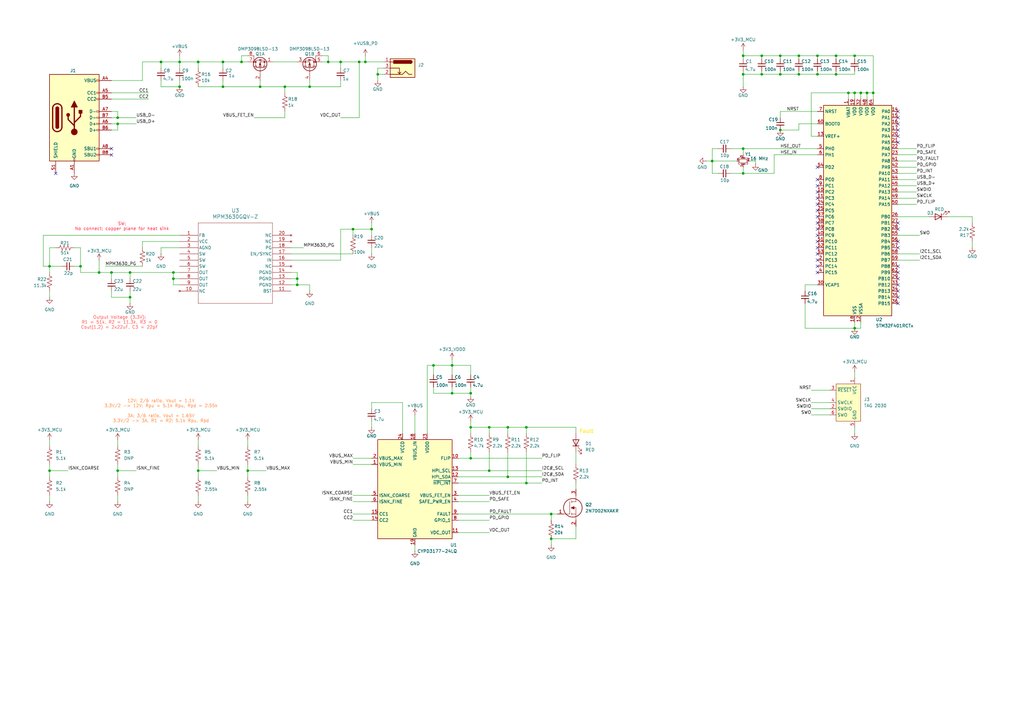
<source format=kicad_sch>
(kicad_sch (version 20231120) (generator "eeschema") (generator_version "8.0")
  (paper "A3")
  (title_block (title "USB-C Power Board") (date "2024-03-19") (rev "A"))
  (junction (at 147.32 25.4))
  (junction (at 66.04 25.4))
  (junction (at 304.8 71.12))
  (junction (at 200.66 175.26))
  (junction (at 71.12 114.3))
  (junction (at 134.62 25.4))
  (junction (at 304.8 30.48))
  (junction (at 226.06 220.98))
  (junction (at 99.06 25.4))
  (junction (at 335.28 30.48))
  (junction (at 312.42 22.86))
  (junction (at 144.78 93.98))
  (junction (at 353.06 38.1))
  (junction (at 71.12 111.76))
  (junction (at 342.9 30.48))
  (junction (at 121.92 114.3))
  (junction (at 200.66 193.04))
  (junction (at 304.8 60.96))
  (junction (at 91.44 35.56))
  (junction (at 208.28 195.58))
  (junction (at 215.9 175.26))
  (junction (at 327.66 30.48))
  (junction (at 193.04 161.29))
  (junction (at 320.04 22.86))
  (junction (at 185.42 149.86))
  (junction (at 139.7 25.4))
  (junction (at 48.26 50.8))
  (junction (at 320.04 53.34))
  (junction (at 342.9 22.86))
  (junction (at 73.66 25.4))
  (junction (at 20.32 109.22))
  (junction (at 152.4 93.98))
  (junction (at 355.6 38.1))
  (junction (at 53.34 121.92))
  (junction (at 81.28 25.4))
  (junction (at 149.86 25.4))
  (junction (at 33.02 109.22))
  (junction (at 40.64 111.76))
  (junction (at 91.44 25.4))
  (junction (at 127 35.56))
  (junction (at 106.68 35.56))
  (junction (at 177.8 149.86))
  (junction (at 327.66 22.86))
  (junction (at 226.06 210.82))
  (junction (at 304.8 22.86))
  (junction (at 350.52 38.1))
  (junction (at 185.42 161.29))
  (junction (at 121.92 116.84))
  (junction (at 154.94 30.48))
  (junction (at 20.32 193.04))
  (junction (at 320.04 30.48))
  (junction (at 347.98 38.1))
  (junction (at 350.52 134.62))
  (junction (at 48.26 193.04))
  (junction (at 116.84 35.56))
  (junction (at 335.28 22.86))
  (junction (at 350.52 22.86))
  (junction (at 292.1 66.04))
  (junction (at 81.28 193.04))
  (junction (at 208.28 175.26))
  (junction (at 48.26 48.26))
  (junction (at 193.04 187.96))
  (junction (at 312.42 30.48))
  (junction (at 215.9 198.12))
  (junction (at 45.72 111.76))
  (junction (at 193.04 175.26))
  (junction (at 73.66 35.56))
  (junction (at 53.34 111.76))
  (junction (at 358.14 38.1))
  (junction (at 101.6 193.04))
  (no_connect (at 335.28 96.52))
  (no_connect (at 368.3 124.46))
  (no_connect (at 368.3 111.76))
  (no_connect (at 368.3 109.22))
  (no_connect (at 335.28 104.14))
  (no_connect (at 45.72 60.96))
  (no_connect (at 335.28 109.22))
  (no_connect (at 335.28 73.66))
  (no_connect (at 368.3 93.98))
  (no_connect (at 335.28 88.9))
  (no_connect (at 335.28 101.6))
  (no_connect (at 368.3 58.42))
  (no_connect (at 368.3 99.06))
  (no_connect (at 335.28 76.2))
  (no_connect (at 368.3 45.72))
  (no_connect (at 368.3 91.44))
  (no_connect (at 335.28 86.36))
  (no_connect (at 335.28 78.74))
  (no_connect (at 368.3 119.38))
  (no_connect (at 335.28 99.06))
  (no_connect (at 368.3 116.84))
  (no_connect (at 335.28 106.68))
  (no_connect (at 335.28 81.28))
  (no_connect (at 335.28 111.76))
  (no_connect (at 368.3 53.34))
  (no_connect (at 368.3 48.26))
  (no_connect (at 368.3 114.3))
  (no_connect (at 335.28 68.58))
  (no_connect (at 368.3 121.92))
  (no_connect (at 45.72 63.5))
  (no_connect (at 22.86 71.12))
  (no_connect (at 368.3 55.88))
  (no_connect (at 368.3 101.6))
  (no_connect (at 335.28 83.82))
  (no_connect (at 335.28 91.44))
  (no_connect (at 368.3 50.8))
  (no_connect (at 335.28 93.98))
  (wire (pts (xy 292.1 66.04) (xy 289.56 66.04)))
  (wire (pts (xy 350.52 22.86) (xy 358.14 22.86)))
  (wire (pts (xy 292.1 71.12) (xy 294.64 71.12)))
  (wire (pts (xy 48.26 180.34) (xy 48.26 182.88)))
  (wire (pts (xy 45.72 38.1) (xy 60.96 38.1)))
  (wire (pts (xy 139.7 48.26) (xy 147.32 48.26)))
  (wire (pts (xy 71.12 116.84) (xy 73.66 116.84)))
  (wire (pts (xy 226.06 220.98) (xy 236.22 220.98)))
  (wire (pts (xy 45.72 119.38) (xy 45.72 121.92)))
  (wire (pts (xy 66.04 25.4) (xy 73.66 25.4)))
  (wire (pts (xy 193.04 175.26) (xy 200.66 175.26)))
  (wire (pts (xy 48.26 193.04) (xy 48.26 195.58)))
  (wire (pts (xy 127 33.02) (xy 127 35.56)))
  (wire (pts (xy 215.9 175.26) (xy 215.9 177.8)))
  (wire (pts (xy 335.28 30.48) (xy 342.9 30.48)))
  (wire (pts (xy 132.08 25.4) (xy 134.62 25.4)))
  (wire (pts (xy 304.8 30.48) (xy 304.8 35.56)))
  (wire (pts (xy 358.14 40.64) (xy 358.14 38.1)))
  (wire (pts (xy 152.4 165.1) (xy 152.4 167.64)))
  (wire (pts (xy 20.32 101.6) (xy 20.32 109.22)))
  (wire (pts (xy 368.3 71.12) (xy 375.92 71.12)))
  (wire (pts (xy 58.42 101.6) (xy 58.42 99.06)))
  (wire (pts (xy 152.4 93.98) (xy 144.78 93.98)))
  (wire (pts (xy 101.6 193.04) (xy 109.22 193.04)))
  (wire (pts (xy 350.52 30.48) (xy 350.52 29.21)))
  (wire (pts (xy 48.26 48.26) (xy 55.88 48.26)))
  (wire (pts (xy 91.44 25.4) (xy 91.44 27.94)))
  (wire (pts (xy 335.28 22.86) (xy 335.28 24.13)))
  (wire (pts (xy 45.72 121.92) (xy 53.34 121.92)))
  (wire (pts (xy 342.9 22.86) (xy 350.52 22.86)))
  (wire (pts (xy 48.26 45.72) (xy 48.26 48.26)))
  (wire (pts (xy 73.66 33.02) (xy 73.66 35.56)))
  (wire (pts (xy 177.8 158.75) (xy 177.8 161.29)))
  (wire (pts (xy 20.32 203.2) (xy 20.32 205.74)))
  (wire (pts (xy 317.5 63.5) (xy 335.28 63.5)))
  (wire (pts (xy 81.28 180.34) (xy 81.28 182.88)))
  (wire (pts (xy 304.8 22.86) (xy 312.42 22.86)))
  (wire (pts (xy 187.96 210.82) (xy 226.06 210.82)))
  (wire (pts (xy 304.8 20.32) (xy 304.8 22.86)))
  (wire (pts (xy 101.6 25.4) (xy 99.06 25.4)))
  (wire (pts (xy 17.78 96.52) (xy 73.66 96.52)))
  (wire (pts (xy 340.36 160.02) (xy 332.74 160.02)))
  (wire (pts (xy 208.28 185.42) (xy 208.28 195.58)))
  (wire (pts (xy 353.06 38.1) (xy 353.06 40.64)))
  (wire (pts (xy 17.78 109.22) (xy 17.78 96.52)))
  (wire (pts (xy 53.34 124.46) (xy 53.34 121.92)))
  (wire (pts (xy 45.72 111.76) (xy 45.72 114.3)))
  (wire (pts (xy 20.32 180.34) (xy 20.32 182.88)))
  (wire (pts (xy 215.9 185.42) (xy 215.9 198.12)))
  (wire (pts (xy 185.42 147.32) (xy 185.42 149.86)))
  (wire (pts (xy 320.04 30.48) (xy 327.66 30.48)))
  (wire (pts (xy 193.04 158.75) (xy 193.04 161.29)))
  (wire (pts (xy 304.8 71.12) (xy 317.5 71.12)))
  (wire (pts (xy 81.28 35.56) (xy 91.44 35.56)))
  (wire (pts (xy 335.28 50.8) (xy 327.66 50.8)))
  (wire (pts (xy 144.78 213.36) (xy 152.4 213.36)))
  (wire (pts (xy 40.64 106.68) (xy 40.64 111.76)))
  (wire (pts (xy 335.28 45.72) (xy 320.04 45.72)))
  (wire (pts (xy 320.04 22.86) (xy 320.04 24.13)))
  (wire (pts (xy 116.84 48.26) (xy 116.84 45.72)))
  (wire (pts (xy 368.3 106.68) (xy 377.19 106.68)))
  (wire (pts (xy 152.4 91.44) (xy 152.4 93.98)))
  (wire (pts (xy 187.96 218.44) (xy 200.66 218.44)))
  (wire (pts (xy 53.34 111.76) (xy 53.34 114.3)))
  (wire (pts (xy 33.02 111.76) (xy 33.02 109.22)))
  (wire (pts (xy 208.28 195.58) (xy 222.25 195.58)))
  (wire (pts (xy 347.98 38.1) (xy 347.98 40.64)))
  (wire (pts (xy 116.84 35.56) (xy 127 35.56)))
  (wire (pts (xy 327.66 22.86) (xy 327.66 24.13)))
  (wire (pts (xy 335.28 116.84) (xy 330.2 116.84)))
  (wire (pts (xy 71.12 111.76) (xy 71.12 114.3)))
  (wire (pts (xy 33.02 109.22) (xy 33.02 101.6)))
  (wire (pts (xy 139.7 25.4) (xy 139.7 27.94)))
  (wire (pts (xy 330.2 116.84) (xy 330.2 119.38)))
  (wire (pts (xy 187.96 193.04) (xy 200.66 193.04)))
  (wire (pts (xy 358.14 22.86) (xy 358.14 38.1)))
  (wire (pts (xy 187.96 203.2) (xy 200.66 203.2)))
  (wire (pts (xy 353.06 134.62) (xy 350.52 134.62)))
  (wire (pts (xy 45.72 111.76) (xy 40.64 111.76)))
  (wire (pts (xy 327.66 29.21) (xy 327.66 30.48)))
  (wire (pts (xy 170.18 223.52) (xy 170.18 226.06)))
  (wire (pts (xy 33.02 111.76) (xy 40.64 111.76)))
  (wire (pts (xy 58.42 99.06) (xy 73.66 99.06)))
  (wire (pts (xy 340.36 170.18) (xy 332.74 170.18)))
  (wire (pts (xy 236.22 198.12) (xy 236.22 200.66)))
  (wire (pts (xy 332.74 55.88) (xy 332.74 38.1)))
  (wire (pts (xy 66.04 25.4) (xy 66.04 27.94)))
  (wire (pts (xy 208.28 175.26) (xy 215.9 175.26)))
  (wire (pts (xy 101.6 180.34) (xy 101.6 182.88)))
  (wire (pts (xy 48.26 203.2) (xy 48.26 205.74)))
  (wire (pts (xy 368.3 73.66) (xy 375.92 73.66)))
  (wire (pts (xy 368.3 66.04) (xy 375.92 66.04)))
  (wire (pts (xy 388.62 88.9) (xy 398.78 88.9)))
  (wire (pts (xy 101.6 203.2) (xy 101.6 205.74)))
  (wire (pts (xy 165.1 165.1) (xy 152.4 165.1)))
  (wire (pts (xy 144.78 93.98) (xy 144.78 96.52)))
  (wire (pts (xy 340.36 167.64) (xy 332.74 167.64)))
  (wire (pts (xy 20.32 101.6) (xy 22.86 101.6)))
  (wire (pts (xy 193.04 162.56) (xy 193.04 161.29)))
  (wire (pts (xy 175.26 149.86) (xy 175.26 177.8)))
  (wire (pts (xy 20.32 193.04) (xy 27.94 193.04)))
  (wire (pts (xy 33.02 109.22) (xy 30.48 109.22)))
  (wire (pts (xy 66.04 101.6) (xy 73.66 101.6)))
  (wire (pts (xy 355.6 38.1) (xy 358.14 38.1)))
  (wire (pts (xy 302.26 66.04) (xy 292.1 66.04)))
  (wire (pts (xy 193.04 187.96) (xy 222.25 187.96)))
  (wire (pts (xy 20.32 193.04) (xy 20.32 195.58)))
  (wire (pts (xy 292.1 60.96) (xy 292.1 66.04)))
  (wire (pts (xy 139.7 35.56) (xy 139.7 33.02)))
  (wire (pts (xy 81.28 25.4) (xy 91.44 25.4)))
  (wire (pts (xy 185.42 149.86) (xy 185.42 153.67)))
  (wire (pts (xy 99.06 22.86) (xy 101.6 22.86)))
  (wire (pts (xy 170.18 170.18) (xy 170.18 177.8)))
  (wire (pts (xy 317.5 71.12) (xy 317.5 63.5)))
  (wire (pts (xy 45.72 48.26) (xy 48.26 48.26)))
  (wire (pts (xy 106.68 33.02) (xy 106.68 35.56)))
  (wire (pts (xy 121.92 116.84) (xy 127 116.84)))
  (wire (pts (xy 304.8 24.13) (xy 304.8 22.86)))
  (wire (pts (xy 175.26 149.86) (xy 177.8 149.86)))
  (wire (pts (xy 127 116.84) (xy 127 119.38)))
  (wire (pts (xy 299.72 60.96) (xy 304.8 60.96)))
  (wire (pts (xy 330.2 134.62) (xy 330.2 124.46)))
  (wire (pts (xy 200.66 175.26) (xy 200.66 177.8)))
  (wire (pts (xy 355.6 38.1) (xy 355.6 40.64)))
  (wire (pts (xy 340.36 165.1) (xy 332.74 165.1)))
  (wire (pts (xy 81.28 190.5) (xy 81.28 193.04)))
  (wire (pts (xy 58.42 33.02) (xy 58.42 25.4)))
  (wire (pts (xy 73.66 25.4) (xy 73.66 27.94)))
  (wire (pts (xy 139.7 25.4) (xy 147.32 25.4)))
  (wire (pts (xy 144.78 203.2) (xy 152.4 203.2)))
  (wire (pts (xy 226.06 210.82) (xy 228.6 210.82)))
  (wire (pts (xy 104.14 48.26) (xy 116.84 48.26)))
  (wire (pts (xy 71.12 114.3) (xy 71.12 116.84)))
  (wire (pts (xy 292.1 71.12) (xy 292.1 66.04)))
  (wire (pts (xy 332.74 38.1) (xy 347.98 38.1)))
  (wire (pts (xy 127 35.56) (xy 139.7 35.56)))
  (wire (pts (xy 154.94 30.48) (xy 157.48 30.48)))
  (wire (pts (xy 116.84 35.56) (xy 116.84 38.1)))
  (wire (pts (xy 144.78 210.82) (xy 152.4 210.82)))
  (wire (pts (xy 101.6 193.04) (xy 101.6 195.58)))
  (wire (pts (xy 193.04 175.26) (xy 193.04 177.8)))
  (wire (pts (xy 144.78 205.74) (xy 152.4 205.74)))
  (wire (pts (xy 350.52 38.1) (xy 347.98 38.1)))
  (wire (pts (xy 149.86 25.4) (xy 149.86 22.86)))
  (wire (pts (xy 81.28 193.04) (xy 88.9 193.04)))
  (wire (pts (xy 53.34 111.76) (xy 45.72 111.76)))
  (wire (pts (xy 193.04 149.86) (xy 193.04 153.67)))
  (wire (pts (xy 99.06 25.4) (xy 99.06 22.86)))
  (wire (pts (xy 327.66 22.86) (xy 335.28 22.86)))
  (wire (pts (xy 48.26 50.8) (xy 55.88 50.8)))
  (wire (pts (xy 187.96 205.74) (xy 200.66 205.74)))
  (wire (pts (xy 187.96 187.96) (xy 193.04 187.96)))
  (wire (pts (xy 193.04 187.96) (xy 193.04 185.42)))
  (wire (pts (xy 304.8 60.96) (xy 304.8 63.5)))
  (wire (pts (xy 304.8 29.21) (xy 304.8 30.48)))
  (wire (pts (xy 304.8 71.12) (xy 299.72 71.12)))
  (wire (pts (xy 20.32 119.38) (xy 20.32 121.92)))
  (wire (pts (xy 294.64 60.96) (xy 292.1 60.96)))
  (wire (pts (xy 154.94 27.94) (xy 157.48 27.94)))
  (wire (pts (xy 119.38 104.14) (xy 144.78 104.14)))
  (wire (pts (xy 147.32 25.4) (xy 149.86 25.4)))
  (wire (pts (xy 73.66 111.76) (xy 71.12 111.76)))
  (wire (pts (xy 149.86 25.4) (xy 157.48 25.4)))
  (wire (pts (xy 335.28 22.86) (xy 342.9 22.86)))
  (wire (pts (xy 350.52 175.26) (xy 350.52 177.8)))
  (wire (pts (xy 320.04 29.21) (xy 320.04 30.48)))
  (wire (pts (xy 350.52 152.4) (xy 350.52 154.94)))
  (wire (pts (xy 368.3 83.82) (xy 375.92 83.82)))
  (wire (pts (xy 111.76 25.4) (xy 121.92 25.4)))
  (wire (pts (xy 335.28 29.21) (xy 335.28 30.48)))
  (wire (pts (xy 71.12 114.3) (xy 73.66 114.3)))
  (wire (pts (xy 73.66 22.86) (xy 73.66 25.4)))
  (wire (pts (xy 20.32 190.5) (xy 20.32 193.04)))
  (wire (pts (xy 144.78 187.96) (xy 152.4 187.96)))
  (wire (pts (xy 304.8 68.58) (xy 304.8 71.12)))
  (wire (pts (xy 185.42 161.29) (xy 185.42 158.75)))
  (wire (pts (xy 236.22 175.26) (xy 236.22 177.8)))
  (wire (pts (xy 350.52 134.62) (xy 330.2 134.62)))
  (wire (pts (xy 236.22 185.42) (xy 236.22 190.5)))
  (wire (pts (xy 368.3 76.2) (xy 375.92 76.2)))
  (wire (pts (xy 73.66 25.4) (xy 81.28 25.4)))
  (wire (pts (xy 45.72 45.72) (xy 48.26 45.72)))
  (wire (pts (xy 307.34 66.04) (xy 309.88 66.04)))
  (wire (pts (xy 327.66 30.48) (xy 335.28 30.48)))
  (wire (pts (xy 132.08 22.86) (xy 134.62 22.86)))
  (wire (pts (xy 304.8 60.96) (xy 335.28 60.96)))
  (wire (pts (xy 368.3 88.9) (xy 381 88.9)))
  (wire (pts (xy 350.52 132.08) (xy 350.52 134.62)))
  (wire (pts (xy 200.66 185.42) (xy 200.66 193.04)))
  (wire (pts (xy 187.96 198.12) (xy 215.9 198.12)))
  (wire (pts (xy 368.3 68.58) (xy 375.92 68.58)))
  (wire (pts (xy 71.12 111.76) (xy 53.34 111.76)))
  (wire (pts (xy 312.42 29.21) (xy 312.42 30.48)))
  (wire (pts (xy 66.04 33.02) (xy 66.04 35.56)))
  (wire (pts (xy 185.42 161.29) (xy 193.04 161.29)))
  (wire (pts (xy 20.32 109.22) (xy 20.32 111.76)))
  (wire (pts (xy 119.38 101.6) (xy 124.46 101.6)))
  (wire (pts (xy 121.92 116.84) (xy 121.92 114.3)))
  (wire (pts (xy 177.8 149.86) (xy 177.8 153.67)))
  (wire (pts (xy 353.06 38.1) (xy 350.52 38.1)))
  (wire (pts (xy 342.9 29.21) (xy 342.9 30.48)))
  (wire (pts (xy 368.3 81.28) (xy 375.92 81.28)))
  (wire (pts (xy 134.62 22.86) (xy 134.62 25.4)))
  (wire (pts (xy 193.04 172.72) (xy 193.04 175.26)))
  (wire (pts (xy 20.32 109.22) (xy 25.4 109.22)))
  (wire (pts (xy 144.78 190.5) (xy 152.4 190.5)))
  (wire (pts (xy 177.8 161.29) (xy 185.42 161.29)))
  (wire (pts (xy 134.62 25.4) (xy 139.7 25.4)))
  (wire (pts (xy 139.7 93.98) (xy 144.78 93.98)))
  (wire (pts (xy 66.04 35.56) (xy 73.66 35.56)))
  (wire (pts (xy 106.68 35.56) (xy 116.84 35.56)))
  (wire (pts (xy 152.4 101.6) (xy 152.4 104.14)))
  (wire (pts (xy 81.28 25.4) (xy 81.28 27.94)))
  (wire (pts (xy 226.06 210.82) (xy 226.06 213.36)))
  (wire (pts (xy 327.66 53.34) (xy 320.04 53.34)))
  (wire (pts (xy 350.52 38.1) (xy 350.52 40.64)))
  (wire (pts (xy 101.6 190.5) (xy 101.6 193.04)))
  (wire (pts (xy 154.94 33.02) (xy 154.94 30.48)))
  (wire (pts (xy 320.04 22.86) (xy 327.66 22.86)))
  (wire (pts (xy 121.92 114.3) (xy 121.92 111.76)))
  (wire (pts (xy 312.42 22.86) (xy 320.04 22.86)))
  (wire (pts (xy 335.28 55.88) (xy 332.74 55.88)))
  (wire (pts (xy 177.8 149.86) (xy 185.42 149.86)))
  (wire (pts (xy 353.06 132.08) (xy 353.06 134.62)))
  (wire (pts (xy 226.06 220.98) (xy 226.06 223.52)))
  (wire (pts (xy 236.22 220.98) (xy 236.22 215.9)))
  (wire (pts (xy 147.32 48.26) (xy 147.32 25.4)))
  (wire (pts (xy 81.28 193.04) (xy 81.28 195.58)))
  (wire (pts (xy 17.78 109.22) (xy 20.32 109.22)))
  (wire (pts (xy 91.44 33.02) (xy 91.44 35.56)))
  (wire (pts (xy 327.66 50.8) (xy 327.66 53.34)))
  (wire (pts (xy 139.7 106.68) (xy 139.7 93.98)))
  (wire (pts (xy 187.96 213.36) (xy 200.66 213.36)))
  (wire (pts (xy 350.52 22.86) (xy 350.52 24.13)))
  (wire (pts (xy 152.4 93.98) (xy 152.4 96.52)))
  (wire (pts (xy 45.72 50.8) (xy 48.26 50.8)))
  (wire (pts (xy 320.04 45.72) (xy 320.04 48.26)))
  (wire (pts (xy 215.9 198.12) (xy 222.25 198.12)))
  (wire (pts (xy 208.28 175.26) (xy 208.28 177.8)))
  (wire (pts (xy 368.3 63.5) (xy 375.92 63.5)))
  (wire (pts (xy 368.3 78.74) (xy 375.92 78.74)))
  (wire (pts (xy 312.42 30.48) (xy 320.04 30.48)))
  (wire (pts (xy 119.38 116.84) (xy 121.92 116.84)))
  (wire (pts (xy 43.18 109.22) (xy 58.42 109.22)))
  (wire (pts (xy 368.3 96.52) (xy 377.19 96.52)))
  (wire (pts (xy 304.8 30.48) (xy 312.42 30.48)))
  (wire (pts (xy 119.38 106.68) (xy 139.7 106.68)))
  (wire (pts (xy 66.04 104.14) (xy 66.04 101.6)))
  (wire (pts (xy 368.3 60.96) (xy 375.92 60.96)))
  (wire (pts (xy 165.1 177.8) (xy 165.1 165.1)))
  (wire (pts (xy 48.26 190.5) (xy 48.26 193.04)))
  (wire (pts (xy 154.94 30.48) (xy 154.94 27.94)))
  (wire (pts (xy 58.42 25.4) (xy 66.04 25.4)))
  (wire (pts (xy 91.44 35.56) (xy 106.68 35.56)))
  (wire (pts (xy 215.9 175.26) (xy 236.22 175.26)))
  (wire (pts (xy 45.72 53.34) (xy 48.26 53.34)))
  (wire (pts (xy 187.96 195.58) (xy 208.28 195.58)))
  (wire (pts (xy 81.28 203.2) (xy 81.28 205.74)))
  (wire (pts (xy 119.38 111.76) (xy 121.92 111.76)))
  (wire (pts (xy 48.26 193.04) (xy 55.88 193.04)))
  (wire (pts (xy 152.4 172.72) (xy 152.4 175.26)))
  (wire (pts (xy 200.66 175.26) (xy 208.28 175.26)))
  (wire (pts (xy 368.3 104.14) (xy 377.19 104.14)))
  (wire (pts (xy 33.02 101.6) (xy 30.48 101.6)))
  (wire (pts (xy 200.66 193.04) (xy 222.25 193.04)))
  (wire (pts (xy 45.72 33.02) (xy 58.42 33.02)))
  (wire (pts (xy 398.78 88.9) (xy 398.78 91.44)))
  (wire (pts (xy 312.42 22.86) (xy 312.42 24.13)))
  (wire (pts (xy 45.72 40.64) (xy 60.96 40.64)))
  (wire (pts (xy 398.78 99.06) (xy 398.78 101.6)))
  (wire (pts (xy 119.38 114.3) (xy 121.92 114.3)))
  (wire (pts (xy 91.44 25.4) (xy 99.06 25.4)))
  (wire (pts (xy 48.26 53.34) (xy 48.26 50.8)))
  (wire (pts (xy 309.88 66.04) (xy 309.88 67.31)))
  (wire (pts (xy 355.6 38.1) (xy 353.06 38.1)))
  (wire (pts (xy 53.34 119.38) (xy 53.34 121.92)))
  (wire (pts (xy 342.9 22.86) (xy 342.9 24.13)))
  (wire (pts (xy 185.42 149.86) (xy 193.04 149.86)))
  (wire (pts (xy 342.9 30.48) (xy 350.52 30.48)))
  (text "SW:\nNo connect; copper plane for heat sink" (at 50.038 92.964 0) (effects (font (size 1.27 1.27))))
  (text "12V: 2/6 ratio, Vout = 1.1V\n3.3V/2 -> 12V; Rpu = 5.1k Rpu, Rpd = 2.55k\n\n3A: 3/6 ratio, Vout = 1.65V\n3.3V/2 -> 3A, R1 = R2; 5.1k Rpu, Rpd" (at 66.04 168.656 0) (effects (font (size 1.27 1.27))))
  (text "Output Voltage (3.3V):\nR1 = 51k, R2 = 11.3k, R3 = 0\nCout(1,2) = 2x22uF, C3 = 22pF" (at 49.022 132.334 0) (effects (font (size 1.27 1.27))))
  (text "Fault" (at 240.538 177.038 0) (effects (font (size 1.5 1.5) (thickness 0.3) (bold yes))))
  (label "PD_FLIP" (at 222.25 187.96 0))
  (label "HSE_OUT" (at 320.04 60.96 0))
  (label "SWO" (at 332.74 170.18 180))
  (label "CC2" (at 144.78 213.36 180))
  (label "PD_FAULT" (at 200.66 210.82 0))
  (label "USB_D+" (at 55.88 50.8 0))
  (label "PD_SAFE" (at 375.92 63.5 0))
  (label "ISNK_FINE" (at 144.78 205.74 180))
  (label "USB_D-" (at 55.88 48.26 0))
  (label "SWDIO" (at 332.74 167.64 180))
  (label "MPM3630_PG" (at 124.46 101.6 0))
  (label "NRST" (at 332.74 160.02 180))
  (label "PD_INT" (at 375.92 71.12 0))
  (label "SWDIO" (at 375.92 78.74 0))
  (label "PD_INT" (at 222.25 198.12 0))
  (label "USB_D-" (at 375.92 73.66 0))
  (label "CC1" (at 144.78 210.82 180))
  (label "I2C#_SDA" (at 222.25 195.58 0))
  (label "VBUS_MAX" (at 109.22 193.04 0))
  (label "PD_SAFE" (at 200.66 205.74 0))
  (label "VBUS_MIN" (at 144.78 190.5 180))
  (label "ISNK_FINE" (at 55.88 193.04 0))
  (label "ISNK_COARSE" (at 27.94 193.04 0))
  (label "PD_FLIP" (at 375.92 83.82 0))
  (label "HSE_IN" (at 320.04 63.5 0))
  (label "VDC_OUT" (at 200.66 218.44 0))
  (label "PD_FLIP" (at 375.92 60.96 0))
  (label "VBUS_FET_EN" (at 104.14 48.26 180))
  (label "PD_GPIO" (at 200.66 213.36 0))
  (label "NRST" (at 327.66 45.72 180))
  (label "I2C1_SCL" (at 377.19 104.14 0))
  (label "VDC_OUT" (at 139.7 48.26 180))
  (label "CC1" (at 60.96 38.1 180))
  (label "SWCLK" (at 332.74 165.1 180))
  (label "ISNK_COARSE" (at 144.78 203.2 180))
  (label "PD_GPIO" (at 375.92 68.58 0))
  (label "I2C1_SDA" (at 377.19 106.68 0))
  (label "VBUS_MIN" (at 88.9 193.04 0))
  (label "CC2" (at 60.96 40.64 180))
  (label "SWCLK" (at 375.92 81.28 0))
  (label "VBUS_MAX" (at 144.78 187.96 180))
  (label "I2C#_SCL" (at 222.25 193.04 0))
  (label "VBUS_FET_EN" (at 200.66 203.2 0))
  (label "USB_D+" (at 375.92 76.2 0))
  (label "MPM3630_PG" (at 43.18 109.22 0))
  (label "SWO" (at 377.19 96.52 0))
  (label "PD_FAULT" (at 375.92 66.04 0))
  (symbol (lib_id "Device:R_US") (at 226.06 217.17 0) (unit 1)
    (property "Reference" "R14" (at 227.33 215.9 0) (effects (justify left)))
    (property "Value" "20k" (at 227.33 218.44 0) (effects (justify left)))
    (property "Footprint" "Resistor_SMD:R_0603_1608Metric" (effects (hide yes)))
    (property "Description" "Resistor, US symbol" (effects (hide yes)))
  )
  (symbol (lib_id "Device:Crystal_GND24_Small") (at 304.8 66.04 90) (unit 1)
    (property "Reference" "Y1" (at 306.832 63.246 90))
    (property "Value" "16 MHz" (at 311.404 65.024 90))
    (property "Footprint" "Crystal:Crystal_SMD_SeikoEpson_FA128-4Pin_2.0x1.6mm" (effects (hide yes)))
    (property "Description" "Four pin crystal, GND on pins 2 and 4, small symbol" (effects (hide yes)))
  )
  (symbol (lib_id "Device:C_Small") (at 320.04 50.8 0) (unit 1)
    (property "Reference" "C19" (at 315.214 49.022 0) (effects (justify left)))
    (property "Value" "100n" (at 313.944 52.578 0) (effects (justify left)))
    (property "Footprint" "Capacitor_SMD:C_0603_1608Metric" (effects (hide yes)))
    (property "Description" "Unpolarized capacitor, small symbol" (effects (hide yes)))
  )
  (symbol (lib_id "power:VBUS") (at 152.4 91.44 0) (unit 1)
    (property "Reference" "#PWR031" (effects (hide yes)))
    (property "Value" "+VBUS" (at 152.4 87.63 0))
    (property "Description" "Power symbol creates a global label with name \"VBUS\"" (effects (hide yes)))
  )
  (symbol (lib_id "power:GND") (at 154.94 33.02 0) (unit 1)
    (property "Reference" "#PWR021" (effects (hide yes)))
    (property "Value" "GND" (at 154.94 36.576 0))
    (property "Description" "Power symbol creates a global label with name \"GND\" , ground" (effects (hide yes)))
  )
  (symbol (lib_id "Device:R_US") (at 398.78 95.25 180) (unit 1)
    (property "Reference" "R17" (at 397.51 96.52 0) (effects (justify left)))
    (property "Value" "2.2k" (at 397.51 93.98 0) (effects (justify left)))
    (property "Footprint" "Resistor_SMD:R_0603_1608Metric" (effects (hide yes)))
    (property "Description" "Resistor, US symbol" (effects (hide yes)))
  )
  (symbol (lib_id "power:GND") (at 101.6 205.74 0) (unit 1)
    (property "Reference" "#PWR010" (effects (hide yes)))
    (property "Value" "GND" (at 101.6 210.82 0))
    (property "Description" "Power symbol creates a global label with name \"GND\" , ground" (effects (hide yes)))
  )
  (symbol (lib_id "Interface_USB:CYPD3177-24LQ") (at 170.18 200.66 0) (unit 1)
    (property "Reference" "U1" (at 187.452 223.52 0) (effects (justify right)))
    (property "Value" "CYPD3177-24LQ" (at 187.452 226.06 0) (effects (justify right)))
    (property "Footprint" "Package_DFN_QFN:QFN-24-1EP_4x4mm_P0.5mm_EP2.75x2.75mm" (effects (hide yes)))
    (property "Datasheet" "https://www.infineon.com/dgdl/Infineon-EZ-PD_BCR_Datasheet_USB_Type-C_Port_Controller_for_Power_Sinks-DataSheet-v03_00-EN.pdf?fileId=8ac78c8c7d0d8da4017d0ee7ce9d70ad" (effects (hide yes)))
    (property "Description" "Stand-alone USB PD controller (with sink Auto-run mode), QFN-24" (effects (hide yes)))
  )
  (symbol (lib_id "Device:LED") (at 236.22 181.61 90) (unit 1)
    (property "Reference" "D1" (at 240.03 181.9274 90) (effects (justify right)))
    (property "Value" "RED" (at 240.03 184.4674 90) (effects (justify right)))
    (property "Footprint" "Diode_SMD:D_0402_1005Metric" (effects (hide yes)))
    (property "Description" "Light emitting diode" (effects (hide yes)))
  )
  (symbol (lib_id "Device:Q_Dual_PMOS_S1G1S2G2D2D2D1D1") (at 127 27.94 270) (mirror x) (unit 2)
    (property "Reference" "Q1" (at 127 22.098 90))
    (property "Value" "DMP3098LSD-13" (at 118.618 20.066 90) (effects (justify left)))
    (property "Footprint" "MOSFET:SOIC127P600X175-8N" (effects (hide yes)))
    (property "Description" "Dual PMOS transistor, 8 pin package" (effects (hide yes)))
  )
  (symbol (lib_id "power:GND") (at 170.18 226.06 0) (unit 1)
    (property "Reference" "#PWR012" (effects (hide yes)))
    (property "Value" "GND" (at 170.18 231.14 0))
    (property "Description" "Power symbol creates a global label with name \"GND\" , ground" (effects (hide yes)))
  )
  (symbol (lib_id "power:GND") (at 20.32 121.92 0) (unit 1)
    (property "Reference" "#PWR035" (effects (hide yes)))
    (property "Value" "GND" (at 20.32 127 0))
    (property "Description" "Power symbol creates a global label with name \"GND\" , ground" (effects (hide yes)))
  )
  (symbol (lib_id "Device:C_Small") (at 335.28 26.67 0) (unit 1)
    (property "Reference" "C13" (at 336.296 25.146 0) (effects (justify left)))
    (property "Value" "100n" (at 336.296 28.448 0) (effects (justify left)))
    (property "Footprint" "Capacitor_SMD:C_0603_1608Metric" (effects (hide yes)))
    (property "Description" "Unpolarized capacitor, small symbol" (effects (hide yes)))
  )
  (symbol (lib_id "power:GND") (at 66.04 104.14 0) (unit 1)
    (property "Reference" "#PWR032" (effects (hide yes)))
    (property "Value" "GND" (at 66.04 109.22 0))
    (property "Description" "Power symbol creates a global label with name \"GND\" , ground" (effects (hide yes)))
  )
  (symbol (lib_id "power:GND") (at 309.88 67.31 0) (unit 1)
    (property "Reference" "#PWR026" (effects (hide yes)))
    (property "Value" "GND" (at 312.928 69.85 0))
    (property "Description" "Power symbol creates a global label with name \"GND\" , ground" (effects (hide yes)))
  )
  (symbol (lib_id "Connector:Barrel_Jack_Switch") (at 165.1 27.94 0) (mirror y) (unit 1)
    (property "Reference" "J2" (at 171.45 26.6699 0) (effects (justify right)))
    (property "Value" "Barrel_Jack_Switch" (effects (hide yes)))
    (property "Footprint" "Conn_Power:CUI_PJ-050AH" (effects (hide yes)))
    (property "Description" "DC Barrel Jack with an internal switch" (effects (hide yes)))
  )
  (symbol (lib_id "Device:LED") (at 384.81 88.9 180) (unit 1)
    (property "Reference" "D3" (at 380.238 87.376 0) (effects (justify right)))
    (property "Value" "RED" (at 383.286 85.852 0) (effects (justify right)))
    (property "Footprint" "Diode_SMD:D_0402_1005Metric" (effects (hide yes)))
    (property "Description" "Light emitting diode" (effects (hide yes)))
  )
  (symbol (lib_id "Device:R_US") (at 208.28 181.61 0) (unit 1)
    (property "Reference" "R11" (at 209.55 180.34 0) (effects (justify left)))
    (property "Value" "2.2k" (at 209.55 182.88 0) (effects (justify left)))
    (property "Footprint" "Resistor_SMD:R_0603_1608Metric" (effects (hide yes)))
    (property "Description" "Resistor, US symbol" (effects (hide yes)))
  )
  (symbol (lib_id "Device:C_Small") (at 152.4 99.06 0) (unit 1)
    (property "Reference" "C20" (at 153.416 97.536 0) (effects (justify left)))
    (property "Value" "22u" (at 153.416 100.838 0) (effects (justify left)))
    (property "Footprint" "Capacitor_SMD:C_0603_1608Metric" (effects (hide yes)))
    (property "Description" "Unpolarized capacitor, small symbol" (effects (hide yes)))
  )
  (symbol (lib_id "power:+3.3V") (at 20.32 180.34 0) (unit 1)
    (property "Reference" "#PWR01" (effects (hide yes)))
    (property "Value" "+3V3_MCU" (at 15.24 176.276 0) (effects (justify left)))
    (property "Description" "Power symbol creates a global label with name \"+3.3V\"" (effects (hide yes)))
  )
  (symbol (lib_id "power:GND") (at 127 119.38 0) (unit 1)
    (property "Reference" "#PWR033" (effects (hide yes)))
    (property "Value" "GND" (at 127 124.46 0))
    (property "Description" "Power symbol creates a global label with name \"GND\" , ground" (effects (hide yes)))
  )
  (symbol (lib_id "Device:C_Small") (at 53.34 116.84 0) (unit 1)
    (property "Reference" "C22" (at 54.356 115.316 0) (effects (justify left)))
    (property "Value" "22u" (at 54.356 118.618 0) (effects (justify left)))
    (property "Footprint" "Capacitor_SMD:C_0603_1608Metric" (effects (hide yes)))
    (property "Description" "Unpolarized capacitor, small symbol" (effects (hide yes)))
  )
  (symbol (lib_id "power:GND") (at 350.52 177.8 0) (mirror y) (unit 1)
    (property "Reference" "#PWR029" (effects (hide yes)))
    (property "Value" "GND" (at 350.52 182.88 0))
    (property "Description" "Power symbol creates a global label with name \"GND\" , ground" (effects (hide yes)))
  )
  (symbol (lib_id "Device:C_Small") (at 27.94 109.22 90) (unit 1)
    (property "Reference" "C21" (at 29.718 106.426 90) (effects (justify left)))
    (property "Value" "22p" (at 29.972 112.014 90) (effects (justify left)))
    (property "Footprint" "Capacitor_SMD:C_0402_1005Metric" (effects (hide yes)))
    (property "Description" "Unpolarized capacitor, small symbol" (effects (hide yes)))
  )
  (symbol (lib_id "power:GND") (at 152.4 104.14 0) (unit 1)
    (property "Reference" "#PWR036" (effects (hide yes)))
    (property "Value" "GND" (at 152.4 109.22 0))
    (property "Description" "Power symbol creates a global label with name \"GND\" , ground" (effects (hide yes)))
  )
  (symbol (lib_id "power:GND") (at 20.32 205.74 0) (unit 1)
    (property "Reference" "#PWR07" (effects (hide yes)))
    (property "Value" "GND" (at 20.32 210.82 0))
    (property "Description" "Power symbol creates a global label with name \"GND\" , ground" (effects (hide yes)))
  )
  (symbol (lib_id "Device:C_Small") (at 327.66 26.67 0) (unit 1)
    (property "Reference" "C12" (at 328.676 25.146 0) (effects (justify left)))
    (property "Value" "100n" (at 328.676 28.448 0) (effects (justify left)))
    (property "Footprint" "Capacitor_SMD:C_0603_1608Metric" (effects (hide yes)))
    (property "Description" "Unpolarized capacitor, small symbol" (effects (hide yes)))
  )
  (symbol (lib_id "power:+3.3V") (at 193.04 172.72 0) (unit 1)
    (property "Reference" "#PWR011" (effects (hide yes)))
    (property "Value" "+3V3_MCU" (at 193.04 168.91 0))
    (property "Description" "Power symbol creates a global label with name \"+3.3V\"" (effects (hide yes)))
  )
  (symbol (lib_id "Device:C_Small") (at 342.9 26.67 0) (unit 1)
    (property "Reference" "C14" (at 343.916 25.146 0) (effects (justify left)))
    (property "Value" "100n" (at 343.916 28.448 0) (effects (justify left)))
    (property "Footprint" "Capacitor_SMD:C_0603_1608Metric" (effects (hide yes)))
    (property "Description" "Unpolarized capacitor, small symbol" (effects (hide yes)))
  )
  (symbol (lib_id "power:GND") (at 304.8 35.56 0) (unit 1)
    (property "Reference" "#PWR023" (effects (hide yes)))
    (property "Value" "GND" (at 304.8 39.116 0))
    (property "Description" "Power symbol creates a global label with name \"GND\" , ground" (effects (hide yes)))
  )
  (symbol (lib_id "Device:R_US") (at 81.28 31.75 0) (unit 1)
    (property "Reference" "R16" (at 82.55 30.48 0) (effects (justify left)))
    (property "Value" "10k" (at 82.55 33.02 0) (effects (justify left)))
    (property "Footprint" "Resistor_SMD:R_0603_1608Metric" (effects (hide yes)))
    (property "Description" "Resistor, US symbol" (effects (hide yes)))
  )
  (symbol (lib_id "power:+3.3V") (at 101.6 180.34 0) (unit 1)
    (property "Reference" "#PWR09" (effects (hide yes)))
    (property "Value" "+3V3_MCU" (at 101.6 176.276 0))
    (property "Description" "Power symbol creates a global label with name \"+3.3V\"" (effects (hide yes)))
  )
  (symbol (lib_id "Device:R_US") (at 48.26 186.69 0) (unit 1)
    (property "Reference" "R3" (at 50.8 185.4199 0) (effects (justify left)))
    (property "Value" "DNP" (at 50.8 187.9599 0) (effects (justify left)))
    (property "Footprint" "Resistor_SMD:R_0603_1608Metric" (effects (hide yes)))
    (property "Description" "Resistor, US symbol" (effects (hide yes)))
  )
  (symbol (lib_id "Connector:USB_C_Receptacle_USB2.0_16P") (at 30.48 48.26 0) (unit 1)
    (property "Reference" "J1" (at 29.972 28.956 0))
    (property "Value" "USB_C_Receptacle_USB2.0_16P" (effects (hide yes)))
    (property "Footprint" "Connector_USB:USB_C_Receptacle_GCT_USB4110" (effects (hide yes)))
    (property "Datasheet" "https://www.usb.org/sites/default/files/documents/usb_type-c.zip" (effects (hide yes)))
    (property "Description" "USB 2.0-only 16P Type-C Receptacle connector" (effects (hide yes)))
  )
  (symbol (lib_id "Device:R_US") (at 116.84 41.91 0) (unit 1)
    (property "Reference" "R18" (at 118.11 40.64 0) (effects (justify left)))
    (property "Value" "1k" (at 118.11 43.18 0) (effects (justify left)))
    (property "Footprint" "Resistor_SMD:R_0603_1608Metric" (effects (hide yes)))
    (property "Description" "Resistor, US symbol" (effects (hide yes)))
  )
  (symbol (lib_id "Device:C_Small") (at 304.8 26.67 0) (unit 1)
    (property "Reference" "C1" (at 305.816 25.146 0) (effects (justify left)))
    (property "Value" "4.7u" (at 305.562 28.448 0) (effects (justify left)))
    (property "Footprint" "Capacitor_SMD:C_0603_1608Metric" (effects (hide yes)))
    (property "Description" "Unpolarized capacitor, small symbol" (effects (hide yes)))
  )
  (symbol (lib_id "Connector:Conn_ARM_SWD_TagConnect_TC2030") (at 347.98 165.1 0) (mirror y) (unit 1) (in_bom no)
    (property "Reference" "J3" (at 354.33 163.8299 0) (effects (justify right)))
    (property "Value" "TAG 2030" (at 354.33 166.3699 0) (effects (justify right)))
    (property "Footprint" "Connector:Tag-Connect_TC2030-IDC-FP_2x03_P1.27mm_Vertical" (effects (hide yes)))
    (property "Datasheet" "https://www.tag-connect.com/wp-content/uploads/bsk-pdf-manager/TC2030-CTX_1.pdf" (effects (hide yes)))
    (property "Description" "Tag-Connect ARM Cortex SWD JTAG connector, 6 pin" (effects (hide yes)))
  )
  (symbol (lib_id "MCU_ST_STM32F4:STM32F401RCTx") (at 350.52 86.36 0) (unit 1)
    (property "Reference" "U2" (at 359.156 131.064 0) (effects (justify left)))
    (property "Value" "STM32F401RCTx" (at 359.156 133.604 0) (effects (justify left)))
    (property "Footprint" "Package_QFP:LQFP-64_10x10mm_P0.5mm" (effects (hide yes)))
    (property "Datasheet" "https://www.st.com/resource/en/datasheet/stm32f401rc.pdf" (effects (hide yes)))
    (property "Description" "STMicroelectronics Arm Cortex-M4 MCU, 256KB flash, 64KB RAM, 84 MHz, 1.7-3.6V, 50 GPIO, LQFP64" (effects (hide yes)))
  )
  (symbol (lib_id "pMOS:2N7002NXAKR") (at 228.6 210.82 0) (unit 1)
    (property "Reference" "Q2" (at 240.03 207.0099 0) (effects (justify left)))
    (property "Value" "2N7002NXAKR" (at 240.03 209.5499 0) (effects (justify left)))
    (property "Footprint" "SOT95P230X110-3N" (effects (hide yes)))
    (property "Datasheet" "https://assets.nexperia.com/documents/data-sheet/2N7002NXAK.pdf" (effects (hide yes)))
    (property "Description" "NEXPERIA - 2N7002NXAKR - MOSFET Transistor, Trench, N Channel, 190 mA, 60 V, 3 ohm, 10 V, 1.6 V" (effects (hide yes)))
    (property "Height" "1.1" (effects (hide yes)))
    (property "Mouser Part Number" "771-2N7002NXAKR" (effects (hide yes)))
    (property "Mouser Price/Stock" "https://www.mouser.co.uk/ProductDetail/Nexperia/2N7002NXAKR?qs=%252B6g0mu59x7JoAsZYPFXqhw%3D%3D" (effects (hide yes)))
    (property "Manufacturer_Name" "Nexperia" (effects (hide yes)))
    (property "Manufacturer_Part_Number" "2N7002NXAKR" (effects (hide yes)))
  )
  (symbol (lib_id "power:GND") (at 152.4 175.26 0) (unit 1)
    (property "Reference" "#PWR015" (effects (hide yes)))
    (property "Value" "GND" (at 152.4 178.816 0))
    (property "Description" "Power symbol creates a global label with name \"GND\" , ground" (effects (hide yes)))
  )
  (symbol (lib_id "power:+3.3V") (at 350.52 152.4 0) (mirror y) (unit 1)
    (property "Reference" "#PWR028" (effects (hide yes)))
    (property "Value" "+3V3_MCU" (at 350.52 148.336 0))
    (property "Description" "Power symbol creates a global label with name \"+3.3V\"" (effects (hide yes)))
  )
  (symbol (lib_id "power:GND") (at 226.06 223.52 0) (unit 1)
    (property "Reference" "#PWR013" (effects (hide yes)))
    (property "Value" "GND" (at 226.06 228.6 0))
    (property "Description" "Power symbol creates a global label with name \"GND\" , ground" (effects (hide yes)))
  )
  (symbol (lib_id "Device:Q_Dual_PMOS_S1G1S2G2D2D2D1D1") (at 106.68 27.94 90) (unit 1)
    (property "Reference" "Q1" (at 106.68 22.098 90))
    (property "Value" "DMP3098LSD-13" (at 114.046 20.066 90) (effects (justify left)))
    (property "Footprint" "MOSFET:SOIC127P600X175-8N" (effects (hide yes)))
    (property "Description" "Dual PMOS transistor, 8 pin package" (effects (hide yes)))
  )
  (symbol (lib_id "Device:C_Small") (at 193.04 156.21 0) (unit 1)
    (property "Reference" "C4" (at 194.056 154.686 0) (effects (justify left)))
    (property "Value" "4.7u" (at 193.802 157.988 0) (effects (justify left)))
    (property "Footprint" "Capacitor_SMD:C_0603_1608Metric" (effects (hide yes)))
    (property "Description" "Unpolarized capacitor, small symbol" (effects (hide yes)))
  )
  (symbol (lib_id "Device:R_US") (at 20.32 199.39 0) (unit 1)
    (property "Reference" "R2" (at 22.86 198.1199 0) (effects (justify left)))
    (property "Value" "5.1k" (at 22.86 200.6599 0) (effects (justify left)))
    (property "Footprint" "Resistor_SMD:R_0603_1608Metric" (effects (hide yes)))
    (property "Description" "Resistor, US symbol" (effects (hide yes)))
  )
  (symbol (lib_id "Device:C_Small") (at 139.7 30.48 0) (unit 1)
    (property "Reference" "C7" (at 140.716 28.956 0) (effects (justify left)))
    (property "Value" "1u" (at 140.462 32.258 0) (effects (justify left)))
    (property "Footprint" "Capacitor_SMD:C_0603_1608Metric" (effects (hide yes)))
    (property "Description" "Unpolarized capacitor, small symbol" (effects (hide yes)))
  )
  (symbol (lib_id "Device:R_US") (at 20.32 115.57 0) (unit 1)
    (property "Reference" "R22" (at 15.24 114.554 0) (effects (justify left)))
    (property "Value" "11.3k" (at 13.716 117.094 0) (effects (justify left)))
    (property "Footprint" "Resistor_SMD:R_0603_1608Metric" (effects (hide yes)))
    (property "Description" "Resistor, US symbol" (effects (hide yes)))
  )
  (symbol (lib_id "Device:C_Small") (at 185.42 156.21 0) (unit 1)
    (property "Reference" "C6" (at 186.436 154.686 0) (effects (justify left)))
    (property "Value" "100n" (at 186.436 157.988 0) (effects (justify left)))
    (property "Footprint" "Capacitor_SMD:C_0603_1608Metric" (effects (hide yes)))
    (property "Description" "Unpolarized capacitor, small symbol" (effects (hide yes)))
  )
  (symbol (lib_id "power:GND") (at 81.28 205.74 0) (unit 1)
    (property "Reference" "#PWR08" (effects (hide yes)))
    (property "Value" "GND" (at 81.28 210.82 0))
    (property "Description" "Power symbol creates a global label with name \"GND\" , ground" (effects (hide yes)))
  )
  (symbol (lib_id "power:GND") (at 193.04 162.56 0) (unit 1)
    (property "Reference" "#PWR016" (effects (hide yes)))
    (property "Value" "GND" (at 193.04 166.116 0))
    (property "Description" "Power symbol creates a global label with name \"GND\" , ground" (effects (hide yes)))
  )
  (symbol (lib_id "Device:C_Small") (at 177.8 156.21 0) (unit 1)
    (property "Reference" "C5" (at 178.816 154.686 0) (effects (justify left)))
    (property "Value" "100n" (at 178.816 157.988 0) (effects (justify left)))
    (property "Footprint" "Capacitor_SMD:C_0603_1608Metric" (effects (hide yes)))
    (property "Description" "Unpolarized capacitor, small symbol" (effects (hide yes)))
  )
  (symbol (lib_id "Device:R_US") (at 101.6 186.69 0) (unit 1)
    (property "Reference" "R7" (at 104.14 185.4199 0) (effects (justify left)))
    (property "Value" "5.1k" (at 104.14 187.9599 0) (effects (justify left)))
    (property "Footprint" "Resistor_SMD:R_0603_1608Metric" (effects (hide yes)))
    (property "Description" "Resistor, US symbol" (effects (hide yes)))
  )
  (symbol (lib_id "power:GND") (at 350.52 134.62 0) (unit 1)
    (property "Reference" "#PWR025" (effects (hide yes)))
    (property "Value" "GND" (at 350.52 138.176 0))
    (property "Description" "Power symbol creates a global label with name \"GND\" , ground" (effects (hide yes)))
  )
  (symbol (lib_id "Device:R_US") (at 48.26 199.39 0) (unit 1)
    (property "Reference" "R4" (at 50.8 198.1199 0) (effects (justify left)))
    (property "Value" "DNP" (at 50.8 200.6599 0) (effects (justify left)))
    (property "Footprint" "Resistor_SMD:R_0603_1608Metric" (effects (hide yes)))
    (property "Description" "Resistor, US symbol" (effects (hide yes)))
  )
  (symbol (lib_id "Device:C_Small") (at 297.18 71.12 270) (unit 1)
    (property "Reference" "C18" (at 295.148 68.326 90) (effects (justify left)))
    (property "Value" "10p" (at 295.402 73.914 90) (effects (justify left)))
    (property "Footprint" "Capacitor_SMD:C_0402_1005Metric" (effects (hide yes)))
    (property "Description" "Unpolarized capacitor, small symbol" (effects (hide yes)))
  )
  (symbol (lib_id "Device:C_Small") (at 312.42 26.67 0) (unit 1)
    (property "Reference" "C10" (at 313.436 25.146 0) (effects (justify left)))
    (property "Value" "100n" (at 313.436 28.448 0) (effects (justify left)))
    (property "Footprint" "Capacitor_SMD:C_0603_1608Metric" (effects (hide yes)))
    (property "Description" "Unpolarized capacitor, small symbol" (effects (hide yes)))
  )
  (symbol (lib_id "power:+3.3V") (at 81.28 180.34 0) (unit 1)
    (property "Reference" "#PWR04" (effects (hide yes)))
    (property "Value" "+3V3_MCU" (at 81.28 176.276 0))
    (property "Description" "Power symbol creates a global label with name \"+3.3V\"" (effects (hide yes)))
  )
  (symbol (lib_id "power:GND") (at 30.48 71.12 0) (unit 1)
    (property "Reference" "#PWR06" (effects (hide yes)))
    (property "Value" "GND" (at 30.48 76.2 0))
    (property "Description" "Power symbol creates a global label with name \"GND\" , ground" (effects (hide yes)))
  )
  (symbol (lib_id "power:+3.3V") (at 48.26 180.34 0) (unit 1)
    (property "Reference" "#PWR02" (effects (hide yes)))
    (property "Value" "+3V3_MCU" (at 48.26 176.276 0))
    (property "Description" "Power symbol creates a global label with name \"+3.3V\"" (effects (hide yes)))
  )
  (symbol (lib_id "Device:R_US") (at 193.04 181.61 0) (unit 1)
    (property "Reference" "R10" (at 194.31 180.34 0) (effects (justify left)))
    (property "Value" "4.7k" (at 194.31 182.88 0) (effects (justify left)))
    (property "Footprint" "Resistor_SMD:R_0603_1608Metric" (effects (hide yes)))
    (property "Description" "Resistor, US symbol" (effects (hide yes)))
  )
  (symbol (lib_id "Device:R_US") (at 215.9 181.61 0) (unit 1)
    (property "Reference" "R12" (at 217.17 180.34 0) (effects (justify left)))
    (property "Value" "2.2k" (at 217.17 182.88 0) (effects (justify left)))
    (property "Footprint" "Resistor_SMD:R_0603_1608Metric" (effects (hide yes)))
    (property "Description" "Resistor, US symbol" (effects (hide yes)))
  )
  (symbol (lib_id "Device:R_US") (at 236.22 194.31 0) (unit 1)
    (property "Reference" "R13" (at 237.49 193.04 0) (effects (justify left)))
    (property "Value" "2.2k" (at 237.49 195.58 0) (effects (justify left)))
    (property "Footprint" "Resistor_SMD:R_0603_1608Metric" (effects (hide yes)))
    (property "Description" "Resistor, US symbol" (effects (hide yes)))
  )
  (symbol (lib_id "Device:R_US") (at 144.78 100.33 0) (unit 1)
    (property "Reference" "R19" (at 145.034 97.028 0) (effects (justify left)))
    (property "Value" "100k" (at 145.034 103.378 0) (effects (justify left)))
    (property "Footprint" "Resistor_SMD:R_0603_1608Metric" (effects (hide yes)))
    (property "Description" "Resistor, US symbol" (effects (hide yes)))
  )
  (symbol (lib_id "Device:R_US") (at 200.66 181.61 0) (unit 1)
    (property "Reference" "R9" (at 201.93 180.34 0) (effects (justify left)))
    (property "Value" "2.2k" (at 201.93 182.88 0) (effects (justify left)))
    (property "Footprint" "Resistor_SMD:R_0603_1608Metric" (effects (hide yes)))
    (property "Description" "Resistor, US symbol" (effects (hide yes)))
  )
  (symbol (lib_id "Device:R_US") (at 20.32 186.69 0) (unit 1)
    (property "Reference" "R1" (at 22.86 185.4199 0) (effects (justify left)))
    (property "Value" "5.1k" (at 22.86 187.9599 0) (effects (justify left)))
    (property "Footprint" "Resistor_SMD:R_0603_1608Metric" (effects (hide yes)))
    (property "Description" "Resistor, US symbol" (effects (hide yes)))
  )
  (symbol (lib_id "power:+5V") (at 149.86 22.86 0) (unit 1)
    (property "Reference" "#PWR018" (effects (hide yes)))
    (property "Value" "+VUSB_PD" (at 149.86 17.78 0))
    (property "Description" "Power symbol creates a global label with name \"+5V\"" (effects (hide yes)))
  )
  (symbol (lib_id "Device:R_US") (at 26.67 101.6 90) (unit 1)
    (property "Reference" "R21" (at 28.575 99.695 90) (effects (justify left)))
    (property "Value" "51k" (at 28.448 103.632 90) (effects (justify left)))
    (property "Footprint" "Resistor_SMD:R_0603_1608Metric" (effects (hide yes)))
    (property "Description" "Resistor, US symbol" (effects (hide yes)))
  )
  (symbol (lib_id "power:VBUS") (at 73.66 22.86 0) (unit 1)
    (property "Reference" "#PWR05" (effects (hide yes)))
    (property "Value" "+VBUS" (at 73.66 19.05 0))
    (property "Description" "Power symbol creates a global label with name \"VBUS\"" (effects (hide yes)))
  )
  (symbol (lib_id "power:+3.3V") (at 304.8 20.32 0) (unit 1)
    (property "Reference" "#PWR022" (effects (hide yes)))
    (property "Value" "+3V3_MCU" (at 304.8 16.256 0))
    (property "Description" "Power symbol creates a global label with name \"+3.3V\"" (effects (hide yes)))
  )
  (symbol (lib_id "power:GND") (at 73.66 35.56 0) (unit 1)
    (property "Reference" "#PWR019" (effects (hide yes)))
    (property "Value" "GND" (at 73.66 39.116 0))
    (property "Description" "Power symbol creates a global label with name \"GND\" , ground" (effects (hide yes)))
  )
  (symbol (lib_id "Device:C_Small") (at 330.2 121.92 0) (unit 1)
    (property "Reference" "C16" (at 331.216 120.396 0) (effects (justify left)))
    (property "Value" "4.7u" (at 330.962 123.698 0) (effects (justify left)))
    (property "Footprint" "Capacitor_SMD:C_0603_1608Metric" (effects (hide yes)))
    (property "Description" "Unpolarized capacitor, small symbol" (effects (hide yes)))
  )
  (symbol (lib_id "Device:C_Small") (at 350.52 26.67 0) (unit 1)
    (property "Reference" "C15" (at 351.536 25.146 0) (effects (justify left)))
    (property "Value" "100n" (at 351.536 28.448 0) (effects (justify left)))
    (property "Footprint" "Capacitor_SMD:C_0603_1608Metric" (effects (hide yes)))
    (property "Description" "Unpolarized capacitor, small symbol" (effects (hide yes)))
  )
  (symbol (lib_id "Device:C_Small") (at 45.72 116.84 0) (unit 1)
    (property "Reference" "C23" (at 46.736 115.316 0) (effects (justify left)))
    (property "Value" "22u" (at 46.736 118.618 0) (effects (justify left)))
    (property "Footprint" "Capacitor_SMD:C_0603_1608Metric" (effects (hide yes)))
    (property "Description" "Unpolarized capacitor, small symbol" (effects (hide yes)))
  )
  (symbol (lib_id "power:GND") (at 48.26 205.74 0) (unit 1)
    (property "Reference" "#PWR03" (effects (hide yes)))
    (property "Value" "GND" (at 48.26 210.82 0))
    (property "Description" "Power symbol creates a global label with name \"GND\" , ground" (effects (hide yes)))
  )
  (symbol (lib_id "Device:R_US") (at 81.28 186.69 0) (unit 1)
    (property "Reference" "R5" (at 83.82 185.4199 0) (effects (justify left)))
    (property "Value" "5.1k" (at 83.82 187.9599 0) (effects (justify left)))
    (property "Footprint" "Resistor_SMD:R_0603_1608Metric" (effects (hide yes)))
    (property "Description" "Resistor, US symbol" (effects (hide yes)))
  )
  (symbol (lib_id "Device:C_Small") (at 297.18 60.96 270) (unit 1)
    (property "Reference" "C17" (at 295.148 58.166 90) (effects (justify left)))
    (property "Value" "10p" (at 295.402 63.754 90) (effects (justify left)))
    (property "Footprint" "Capacitor_SMD:C_0402_1005Metric" (effects (hide yes)))
    (property "Description" "Unpolarized capacitor, small symbol" (effects (hide yes)))
  )
  (symbol (lib_id "power:+3.3V") (at 185.42 147.32 0) (unit 1)
    (property "Reference" "#PWR017" (effects (hide yes)))
    (property "Value" "+3V3_VDDD" (at 185.42 143.256 0))
    (property "Description" "Power symbol creates a global label with name \"+3.3V\"" (effects (hide yes)))
  )
  (symbol (lib_id "Device:C_Small") (at 152.4 170.18 0) (unit 1)
    (property "Reference" "C3" (at 153.416 168.656 0) (effects (justify left)))
    (property "Value" "4.7u" (at 153.162 171.958 0) (effects (justify left)))
    (property "Footprint" "Capacitor_SMD:C_0603_1608Metric" (effects (hide yes)))
    (property "Description" "Unpolarized capacitor, small symbol" (effects (hide yes)))
  )
  (symbol (lib_id "Device:R_US") (at 101.6 199.39 0) (unit 1)
    (property "Reference" "R8" (at 104.14 198.1199 0) (effects (justify left)))
    (property "Value" "2.55k" (at 104.14 200.6599 0) (effects (justify left)))
    (property "Footprint" "Resistor_SMD:R_0603_1608Metric" (effects (hide yes)))
    (property "Description" "Resistor, US symbol" (effects (hide yes)))
  )
  (symbol (lib_id "power:GND") (at 289.56 66.04 270) (unit 1)
    (property "Reference" "#PWR027" (effects (hide yes)))
    (property "Value" "GND" (at 288.036 68.58 90))
    (property "Description" "Power symbol creates a global label with name \"GND\" , ground" (effects (hide yes)))
  )
  (symbol (lib_id "Device:C_Small") (at 66.04 30.48 0) (unit 1)
    (property "Reference" "C8" (at 67.056 28.956 0) (effects (justify left)))
    (property "Value" "4.7u" (at 66.802 32.258 0) (effects (justify left)))
    (property "Footprint" "Capacitor_SMD:C_0603_1608Metric" (effects (hide yes)))
    (property "Description" "Unpolarized capacitor, small symbol" (effects (hide yes)))
  )
  (symbol (lib_id "2024-03-18_14-40-51:MPM3630GQV-Z") (at 73.66 96.52 0) (unit 1)
    (property "Reference" "U3" (at 96.52 86.36 0) (effects (font (size 1.524 1.524))))
    (property "Value" "MPM3630GQV-Z" (at 96.52 88.9 0) (effects (font (size 1.524 1.524))))
    (property "Footprint" "QFN3p0x5p0x1p6_MPM3630_MNP" (effects (hide yes)))
    (property "Datasheet" "MPM3630GQV-Z" (effects (hide yes)))
  )
  (symbol (lib_id "power:+3.3V") (at 40.64 106.68 0) (unit 1)
    (property "Reference" "#PWR037" (effects (hide yes)))
    (property "Value" "+3V3_MCU" (at 40.64 102.87 0))
    (property "Description" "Power symbol creates a global label with name \"+3.3V\"" (effects (hide yes)))
  )
  (symbol (lib_id "Device:C_Small") (at 73.66 30.48 0) (unit 1)
    (property "Reference" "C9" (at 74.676 28.956 0) (effects (justify left)))
    (property "Value" "100n" (at 74.422 32.258 0) (effects (justify left)))
    (property "Footprint" "Capacitor_SMD:C_0603_1608Metric" (effects (hide yes)))
    (property "Description" "Unpolarized capacitor, small symbol" (effects (hide yes)))
  )
  (symbol (lib_id "Device:C_Small") (at 91.44 30.48 0) (unit 1)
    (property "Reference" "C2" (at 92.456 28.956 0) (effects (justify left)))
    (property "Value" "1u" (at 93.726 30.988 0) (effects (justify left)))
    (property "Footprint" "Capacitor_SMD:C_0603_1608Metric" (effects (hide yes)))
    (property "Description" "Unpolarized capacitor, small symbol" (effects (hide yes)))
  )
  (symbol (lib_id "Device:R_US") (at 81.28 199.39 0) (unit 1)
    (property "Reference" "R6" (at 83.82 198.1199 0) (effects (justify left)))
    (property "Value" "2.55k" (at 83.82 200.6599 0) (effects (justify left)))
    (property "Footprint" "Resistor_SMD:R_0603_1608Metric" (effects (hide yes)))
    (property "Description" "Resistor, US symbol" (effects (hide yes)))
  )
  (symbol (lib_id "Device:C_Small") (at 320.04 26.67 0) (unit 1)
    (property "Reference" "C11" (at 321.056 25.146 0) (effects (justify left)))
    (property "Value" "100n" (at 321.056 28.448 0) (effects (justify left)))
    (property "Footprint" "Capacitor_SMD:C_0603_1608Metric" (effects (hide yes)))
    (property "Description" "Unpolarized capacitor, small symbol" (effects (hide yes)))
  )
  (symbol (lib_id "power:VBUS") (at 170.18 170.18 0) (unit 1)
    (property "Reference" "#PWR014" (effects (hide yes)))
    (property "Value" "+VBUS" (at 170.18 166.37 0))
    (property "Description" "Power symbol creates a global label with name \"VBUS\"" (effects (hide yes)))
  )
  (symbol (lib_id "Device:R_US") (at 58.42 105.41 0) (unit 1)
    (property "Reference" "R20" (at 59.69 104.14 0) (effects (justify left)))
    (property "Value" "1k" (at 59.69 106.68 0) (effects (justify left)))
    (property "Footprint" "Resistor_SMD:R_0603_1608Metric" (effects (hide yes)))
    (property "Description" "Resistor, US symbol" (effects (hide yes)))
  )
  (symbol (lib_id "power:GND") (at 398.78 101.6 0) (unit 1)
    (property "Reference" "#PWR024" (effects (hide yes)))
    (property "Value" "GND" (at 398.78 105.156 0))
    (property "Description" "Power symbol creates a global label with name \"GND\" , ground" (effects (hide yes)))
  )
  (symbol (lib_id "power:GND") (at 320.04 53.34 0) (unit 1)
    (property "Reference" "#PWR030" (effects (hide yes)))
    (property "Value" "GND" (at 320.04 56.896 0))
    (property "Description" "Power symbol creates a global label with name \"GND\" , ground" (effects (hide yes)))
  )
  (symbol (lib_id "power:GND") (at 53.34 124.46 0) (unit 1)
    (property "Reference" "#PWR034" (effects (hide yes)))
    (property "Value" "GND" (at 53.34 128.016 0))
    (property "Description" "Power symbol creates a global label with name \"GND\" , ground" (effects (hide yes)))
  )
)
</source>
